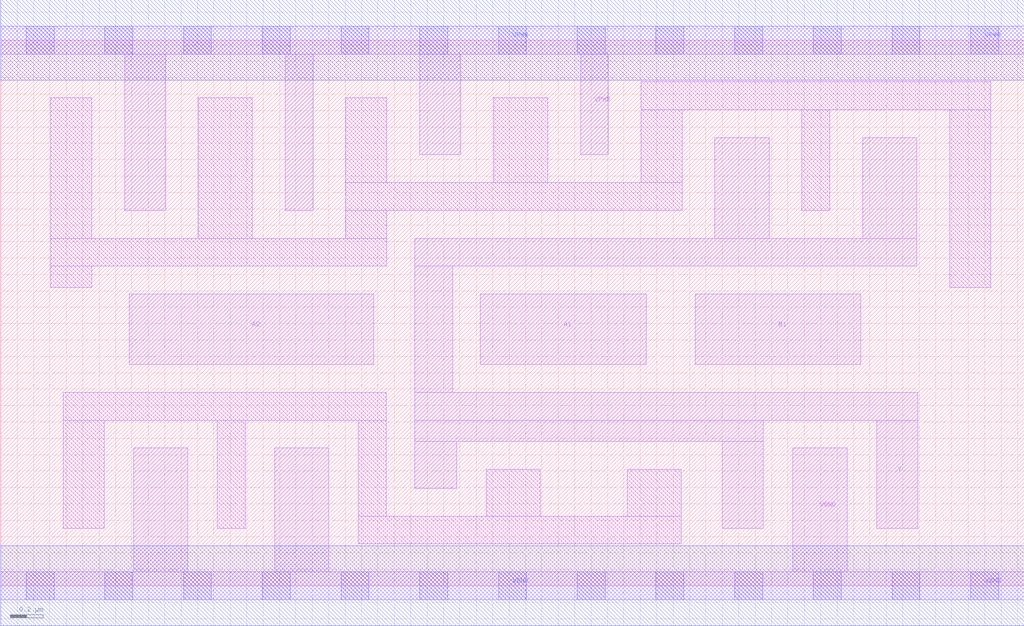
<source format=lef>
# Copyright 2020 The SkyWater PDK Authors
#
# Licensed under the Apache License, Version 2.0 (the "License");
# you may not use this file except in compliance with the License.
# You may obtain a copy of the License at
#
#     https://www.apache.org/licenses/LICENSE-2.0
#
# Unless required by applicable law or agreed to in writing, software
# distributed under the License is distributed on an "AS IS" BASIS,
# WITHOUT WARRANTIES OR CONDITIONS OF ANY KIND, either express or implied.
# See the License for the specific language governing permissions and
# limitations under the License.
#
# SPDX-License-Identifier: Apache-2.0

VERSION 5.7 ;
  NAMESCASESENSITIVE ON ;
  NOWIREEXTENSIONATPIN ON ;
  DIVIDERCHAR "/" ;
  BUSBITCHARS "[]" ;
UNITS
  DATABASE MICRONS 200 ;
END UNITS
MACRO sky130_fd_sc_ls__a21oi_4
  CLASS CORE ;
  SOURCE USER ;
  FOREIGN sky130_fd_sc_ls__a21oi_4 ;
  ORIGIN  0.000000  0.000000 ;
  SIZE  6.240000 BY  3.330000 ;
  SYMMETRY X Y ;
  SITE unit ;
  PIN A1
    ANTENNAGATEAREA  1.116000 ;
    DIRECTION INPUT ;
    USE SIGNAL ;
    PORT
      LAYER li1 ;
        RECT 2.925000 1.350000 3.935000 1.780000 ;
    END
  END A1
  PIN A2
    ANTENNAGATEAREA  1.116000 ;
    DIRECTION INPUT ;
    USE SIGNAL ;
    PORT
      LAYER li1 ;
        RECT 0.785000 1.350000 2.275000 1.780000 ;
    END
  END A2
  PIN B1
    ANTENNAGATEAREA  0.894000 ;
    DIRECTION INPUT ;
    USE SIGNAL ;
    PORT
      LAYER li1 ;
        RECT 4.235000 1.350000 5.245000 1.780000 ;
    END
  END B1
  PIN Y
    ANTENNADIFFAREA  1.478600 ;
    DIRECTION OUTPUT ;
    USE SIGNAL ;
    PORT
      LAYER li1 ;
        RECT 2.525000 0.595000 2.780000 0.880000 ;
        RECT 2.525000 0.880000 4.650000 1.010000 ;
        RECT 2.525000 1.010000 5.590000 1.180000 ;
        RECT 2.525000 1.180000 2.755000 1.950000 ;
        RECT 2.525000 1.950000 5.585000 2.120000 ;
        RECT 4.355000 2.120000 4.685000 2.735000 ;
        RECT 4.400000 0.350000 4.650000 0.880000 ;
        RECT 5.255000 2.120000 5.585000 2.735000 ;
        RECT 5.340000 0.350000 5.590000 1.010000 ;
    END
  END Y
  PIN VGND
    DIRECTION INOUT ;
    SHAPE ABUTMENT ;
    USE GROUND ;
    PORT
      LAYER li1 ;
        RECT 0.000000 -0.085000 6.240000 0.085000 ;
        RECT 0.810000  0.085000 1.140000 0.840000 ;
        RECT 1.670000  0.085000 2.000000 0.840000 ;
        RECT 4.830000  0.085000 5.160000 0.840000 ;
      LAYER mcon ;
        RECT 0.155000 -0.085000 0.325000 0.085000 ;
        RECT 0.635000 -0.085000 0.805000 0.085000 ;
        RECT 1.115000 -0.085000 1.285000 0.085000 ;
        RECT 1.595000 -0.085000 1.765000 0.085000 ;
        RECT 2.075000 -0.085000 2.245000 0.085000 ;
        RECT 2.555000 -0.085000 2.725000 0.085000 ;
        RECT 3.035000 -0.085000 3.205000 0.085000 ;
        RECT 3.515000 -0.085000 3.685000 0.085000 ;
        RECT 3.995000 -0.085000 4.165000 0.085000 ;
        RECT 4.475000 -0.085000 4.645000 0.085000 ;
        RECT 4.955000 -0.085000 5.125000 0.085000 ;
        RECT 5.435000 -0.085000 5.605000 0.085000 ;
        RECT 5.915000 -0.085000 6.085000 0.085000 ;
      LAYER met1 ;
        RECT 0.000000 -0.245000 6.240000 0.245000 ;
    END
  END VGND
  PIN VPWR
    DIRECTION INOUT ;
    SHAPE ABUTMENT ;
    USE POWER ;
    PORT
      LAYER li1 ;
        RECT 0.000000 3.245000 6.240000 3.415000 ;
        RECT 0.755000 2.290000 1.005000 3.245000 ;
        RECT 1.735000 2.290000 1.905000 3.245000 ;
        RECT 2.555000 2.630000 2.805000 3.245000 ;
        RECT 3.535000 2.630000 3.705000 3.245000 ;
      LAYER mcon ;
        RECT 0.155000 3.245000 0.325000 3.415000 ;
        RECT 0.635000 3.245000 0.805000 3.415000 ;
        RECT 1.115000 3.245000 1.285000 3.415000 ;
        RECT 1.595000 3.245000 1.765000 3.415000 ;
        RECT 2.075000 3.245000 2.245000 3.415000 ;
        RECT 2.555000 3.245000 2.725000 3.415000 ;
        RECT 3.035000 3.245000 3.205000 3.415000 ;
        RECT 3.515000 3.245000 3.685000 3.415000 ;
        RECT 3.995000 3.245000 4.165000 3.415000 ;
        RECT 4.475000 3.245000 4.645000 3.415000 ;
        RECT 4.955000 3.245000 5.125000 3.415000 ;
        RECT 5.435000 3.245000 5.605000 3.415000 ;
        RECT 5.915000 3.245000 6.085000 3.415000 ;
      LAYER met1 ;
        RECT 0.000000 3.085000 6.240000 3.575000 ;
    END
  END VPWR
  OBS
    LAYER li1 ;
      RECT 0.305000 1.820000 0.555000 1.950000 ;
      RECT 0.305000 1.950000 2.355000 2.120000 ;
      RECT 0.305000 2.120000 0.555000 2.980000 ;
      RECT 0.380000 0.350000 0.630000 1.010000 ;
      RECT 0.380000 1.010000 2.350000 1.180000 ;
      RECT 1.205000 2.120000 1.535000 2.980000 ;
      RECT 1.320000 0.350000 1.490000 1.010000 ;
      RECT 2.105000 2.120000 2.355000 2.290000 ;
      RECT 2.105000 2.290000 4.155000 2.460000 ;
      RECT 2.105000 2.460000 2.355000 2.980000 ;
      RECT 2.180000 0.255000 4.150000 0.425000 ;
      RECT 2.180000 0.425000 2.350000 1.010000 ;
      RECT 2.960000 0.425000 3.290000 0.710000 ;
      RECT 3.005000 2.460000 3.335000 2.980000 ;
      RECT 3.820000 0.425000 4.150000 0.710000 ;
      RECT 3.905000 2.460000 4.155000 2.905000 ;
      RECT 3.905000 2.905000 6.035000 3.075000 ;
      RECT 4.885000 2.290000 5.055000 2.905000 ;
      RECT 5.785000 1.820000 6.035000 2.905000 ;
  END
END sky130_fd_sc_ls__a21oi_4

</source>
